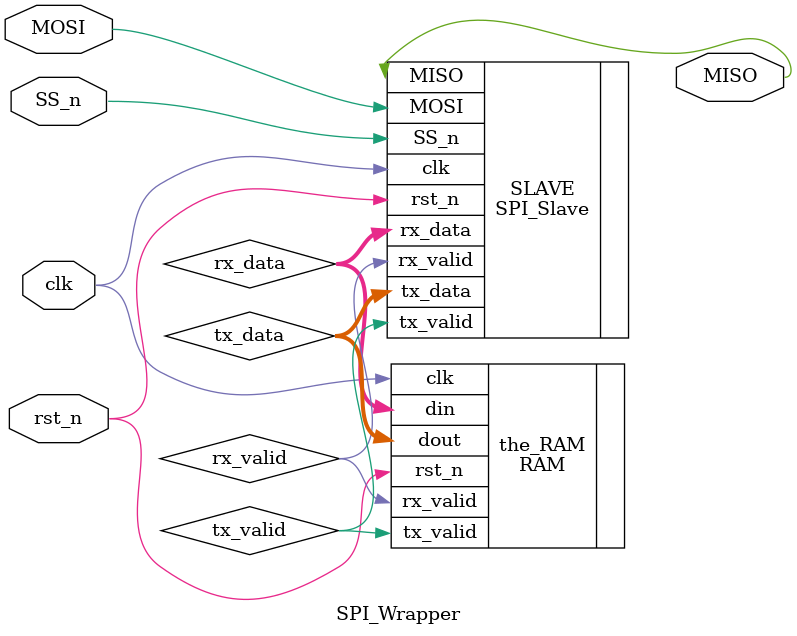
<source format=v>
module SPI_Wrapper(clk,rst_n,MISO,MOSI,SS_n);
parameter MEM_DEPTH = 256;
parameter ADDR_SIZE = 8;
input clk,rst_n,MOSI,SS_n;
output MISO;
wire rx_valid,tx_valid;
wire [(ADDR_SIZE + 2)-1:0]rx_data;
wire [ADDR_SIZE-1:0]tx_data;
RAM the_RAM(.clk(clk),.rst_n(rst_n),.din(rx_data),.rx_valid(rx_valid),.dout(tx_data),.tx_valid(tx_valid));
SPI_Slave SLAVE(.clk(clk),.rst_n(rst_n),.MISO(MISO),.MOSI(MOSI),.SS_n(SS_n),.rx_valid(rx_valid),.tx_valid(tx_valid),.rx_data(rx_data),.tx_data(tx_data));
endmodule
</source>
